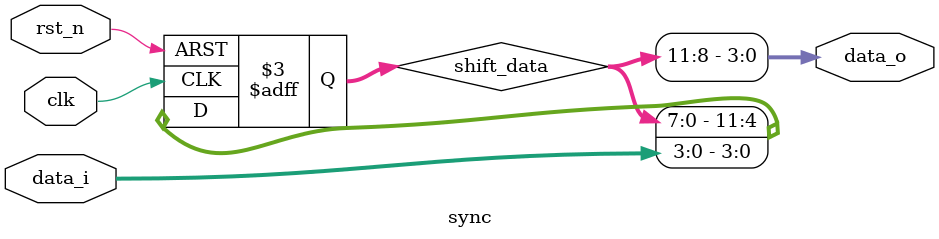
<source format=v>
/*************************************************************************************************************
--    Система        : 
--    Разработчик    : 
--    Автор          : Гусев Игорь
--
--    Назначение     : sync for fifo
--                      Требует использование годов Грея так предполагает изменение 1 бита на шине
--------------------------------------------------------------------------------------------------------------
--    Примечание     : 
*************************************************************************************************************/

module sync(
    clk,
    rst_n,
    data_i,
    data_o
    );

    //----------------------------------------------------------------------//
    // external parameters                                                  //
    //----------------------------------------------------------------------//
    parameter integer DATA_WIDTH    = 4;        // ширина шинны данных
    parameter integer SYNC          = 2;        // количество тактов на синхронизацию предпочтительно 2 для высоких частот 3 для read
    parameter integer RST_MODE      = 0;        // вариант работы сброса 0 асинхронный сброс, 1 синхронный сброс
    //----------------------------------------------------------------------//
    // internal parameters                                                  //
    //----------------------------------------------------------------------//
    localparam C_SYNC = (SYNC == 0)? 2 : (SYNC == 1)? SYNC + 2 : SYNC + 1;
    //----------------------------------------------------------------------//
    // external signals                                                     //
    //----------------------------------------------------------------------//
    input                           clk;
    input                           rst_n;
    input [DATA_WIDTH - 1 : 0]      data_i;
    output  [DATA_WIDTH - 1 : 0]    data_o;
    //----------------------------------------------------------------------//
    // registers                                                            //
    //----------------------------------------------------------------------//
    reg [C_SYNC*DATA_WIDTH - 1 : 0] shift_data;
    //----------------------------------------------------------------------//
    // wire                                                                 //
    //----------------------------------------------------------------------//
    //----------------------------------------------------------------------//
    // assigns                                                              //
    //----------------------------------------------------------------------//
    assign data_o   = shift_data[C_SYNC*DATA_WIDTH - 1 : (C_SYNC - 1)*DATA_WIDTH];
    //----------------------------------------------------------------------//
    // Component instantiations                                             //
    //----------------------------------------------------------------------//
    //----------------------------------------------------------------------//
    // logic                                                                //
    //----------------------------------------------------------------------//
    `ifdef SYNC_MODE_INIT_MEM
        always @(posedge clk)
            begin
                if (~rst_n)
                    begin
                        shift_data  <= {C_SYNC*DATA_WIDTH{1'b0}};
                    end
                else
                    begin
                        shift_data  <= {shift_data[(C_SYNC - 1)*DATA_WIDTH - 1 : 0], data_i};
                    end
            end
    `else
        always @(posedge clk or negedge rst_n)
            begin
                if (~rst_n)
                    begin
                        shift_data  <= {C_SYNC*DATA_WIDTH{1'b0}};
                    end
                else
                    begin
                        shift_data  <= {shift_data[(C_SYNC - 1)*DATA_WIDTH - 1 : 0], data_i};
                    end
            end
    `endif
endmodule

</source>
